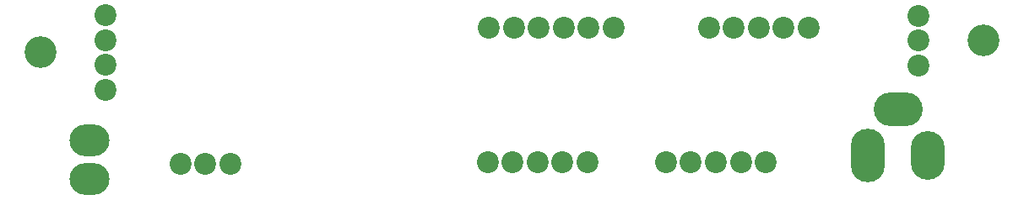
<source format=gts>
G04 #@! TF.FileFunction,Soldermask,Top*
%FSLAX46Y46*%
G04 Gerber Fmt 4.6, Leading zero omitted, Abs format (unit mm)*
G04 Created by KiCad (PCBNEW 4.0.1-stable) date 2/14/2016 11:26:41 PM*
%MOMM*%
G01*
G04 APERTURE LIST*
%ADD10C,0.100000*%
%ADD11O,3.400000X5.400000*%
%ADD12O,3.400000X4.900000*%
%ADD13O,4.900000X3.400000*%
%ADD14O,4.000000X3.200000*%
%ADD15C,2.200000*%
%ADD16C,3.200000*%
G04 APERTURE END LIST*
D10*
D11*
X155700000Y-75100000D03*
D12*
X161700000Y-75100000D03*
D13*
X158700000Y-70400000D03*
D14*
X77650000Y-73520000D03*
X77650000Y-77480000D03*
D15*
X135450000Y-75750000D03*
X145450000Y-75750000D03*
X142950000Y-75750000D03*
X140450000Y-75750000D03*
X137950000Y-75750000D03*
X91750000Y-75900000D03*
X89250000Y-75900000D03*
X86750000Y-75900000D03*
X117550000Y-75750000D03*
X127550000Y-75750000D03*
X125050000Y-75750000D03*
X122550000Y-75750000D03*
X120050000Y-75750000D03*
X160800000Y-66000000D03*
X160800000Y-63500000D03*
X160800000Y-61000000D03*
D16*
X167300000Y-63500000D03*
D15*
X130200000Y-62200000D03*
X117700000Y-62200000D03*
X127700000Y-62200000D03*
X120200000Y-62200000D03*
X122700000Y-62200000D03*
X125200000Y-62200000D03*
X79200000Y-60950000D03*
D16*
X72700000Y-64700000D03*
D15*
X79200000Y-63450000D03*
X79200000Y-65950000D03*
X79200000Y-68450000D03*
X149750000Y-62200000D03*
X139750000Y-62200000D03*
X142250000Y-62200000D03*
X144750000Y-62200000D03*
X147250000Y-62200000D03*
M02*

</source>
